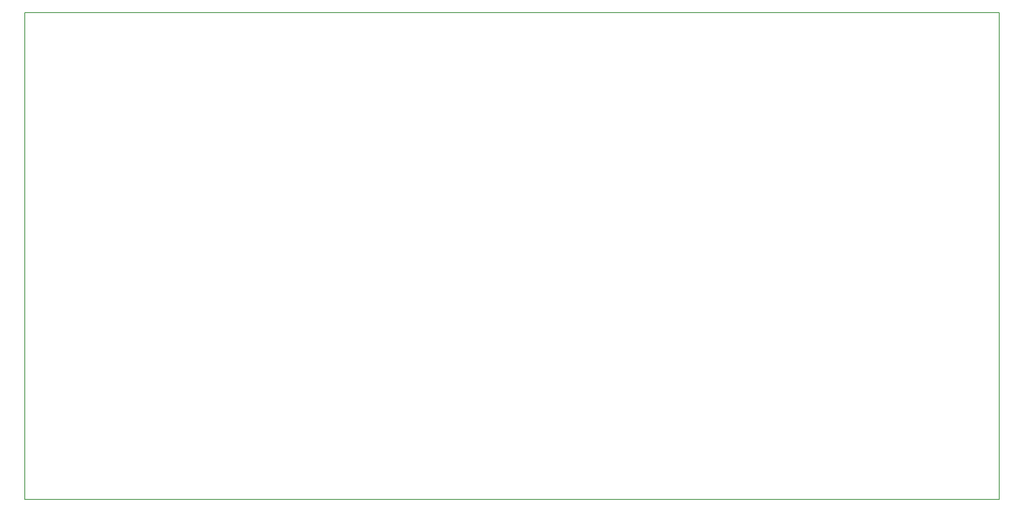
<source format=gbr>
G04 #@! TF.GenerationSoftware,KiCad,Pcbnew,(5.0.1)-3*
G04 #@! TF.CreationDate,2019-10-26T20:53:38-04:00*
G04 #@! TF.ProjectId,PCB,5043422E6B696361645F706362000000,rev?*
G04 #@! TF.SameCoordinates,Original*
G04 #@! TF.FileFunction,Profile,NP*
%FSLAX46Y46*%
G04 Gerber Fmt 4.6, Leading zero omitted, Abs format (unit mm)*
G04 Created by KiCad (PCBNEW (5.0.1)-3) date 10/26/2019 8:53:38 PM*
%MOMM*%
%LPD*%
G01*
G04 APERTURE LIST*
%ADD10C,0.200000*%
G04 APERTURE END LIST*
D10*
X17780000Y-119380000D02*
X17780000Y-17780000D01*
X220980000Y-17780000D02*
X17780000Y-17780000D01*
X220980000Y-119380000D02*
X220980000Y-17780000D01*
X17780000Y-119380000D02*
X220980000Y-119380000D01*
M02*

</source>
